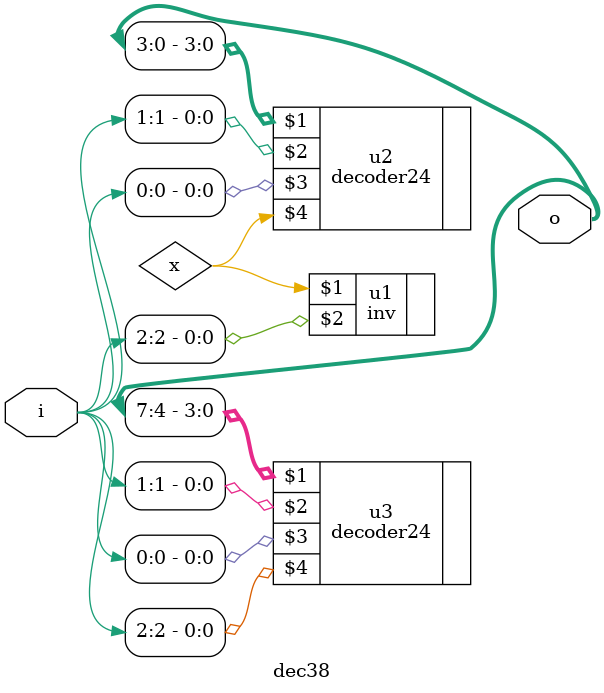
<source format=v>
`timescale 1ns / 1ps

module dec38(o,i);
    output [7:0]o;
    input [2:0]i;
    wire x;
    inv u1(x,i[2]);
    decoder24 u2(o[3:0],i[1],i[0],x);
    decoder24 u3(o[7:4],i[1],i[0],i[2]);
endmodule

</source>
